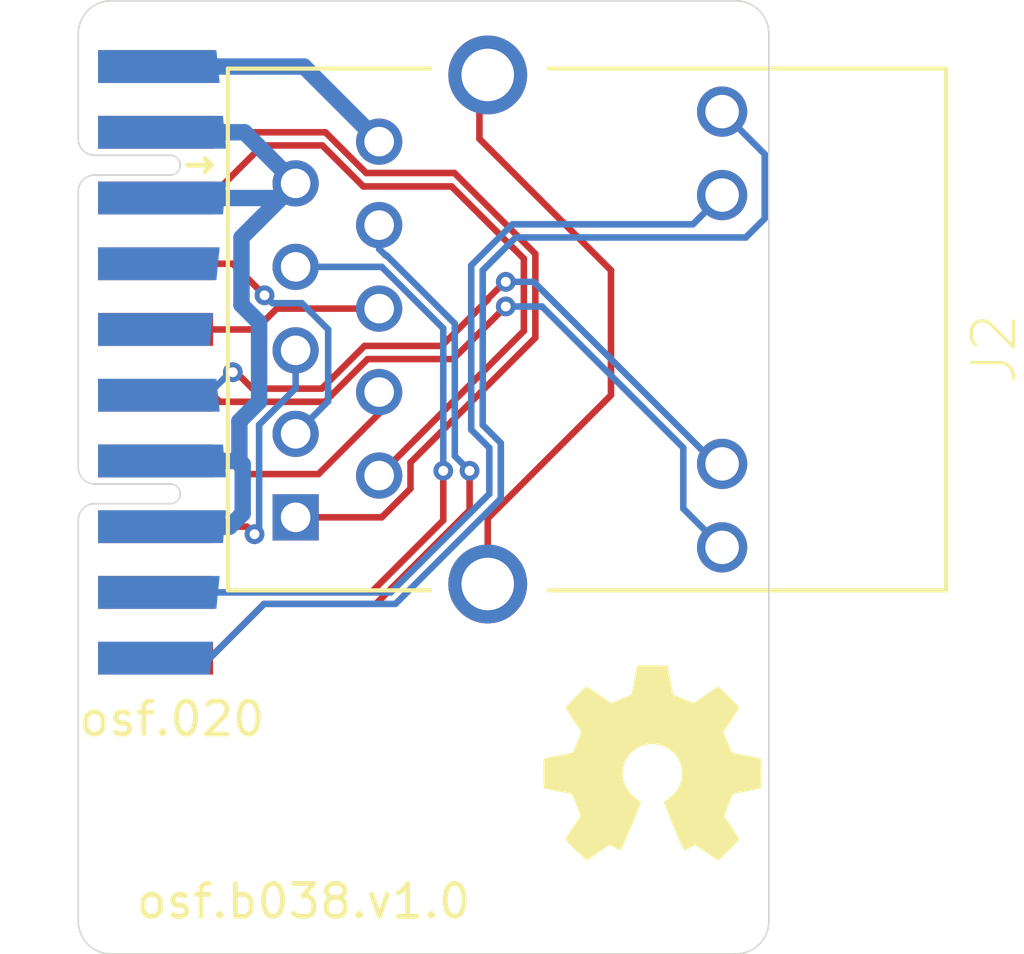
<source format=kicad_pcb>
(kicad_pcb (version 20211014) (generator pcbnew)
  (layers (0 "F.Cu" signal) (1 "In1.Cu" signal) (2 "In2.Cu" signal) (31 "B.Cu" signal) (34 "B.Paste" user) (35 "F.Paste" user) (36 "B.SilkS" user "B.Silkscreen") (37 "F.SilkS" user "F.Silkscreen") (38 "B.Mask" user) (39 "F.Mask" user) (44 "Edge.Cuts" user))
  (net 0 "")
  (net 1 "/connector/D-")
  (net 2 "/connector/D+")
  (net 3 "/connector/B-")
  (net 4 "/connector/C-")
  (net 5 "/connector/C+")
  (net 6 "/connector/B+")
  (net 7 "/connector/A-")
  (net 8 "/connector/A+")
  (net 9 "/connector/CT")
  (net 10 "/connector/GND")
  (net 11 "/connector/LED1_A")
  (net 12 "/connector/LED1_C")
  (net 13 "/connector/LED2_A")
  (net 14 "/connector/LED2_C")
  (net 17 "/connector/GND_schield")
  (footprint "on_edge:on_edge_2x10_device" (layer "F.Cu") (at 112 96 -90)
    (fp_text reference "J1")
    (fp_text value "020_1000BASE-T_with_CT")
    (fp_line (start -1 -4.05) (end -1 -3.323) (layer "F.SilkS") (width 0.153))
    (fp_line (start -1 -4.05) (end -0.8 -3.85) (layer "F.SilkS") (width 0.153))
    (fp_line (start -1.2 -3.85) (end -1 -4.05) (layer "F.SilkS") (width 0.153))
    (fp_line (start -0.2 0) (end 7 0) (layer "Edge.Cuts") (width 0.05))
    (fp_line (start -4 0) (end -1.8 0) (layer "Edge.Cuts") (width 0.05))
    (fp_line (start 8.7 -2.8) (end 8.7 -0.5) (layer "Edge.Cuts") (width 0.05))
    (fp_line (start 7 0) (end 8.2 0) (layer "Edge.Cuts") (width 0.05))
    (fp_line (start 9.8 0) (end 14 0) (layer "Edge.Cuts") (width 0.05))
    (fp_line (start -1.3 -2.8) (end -1.3 -0.5) (layer "Edge.Cuts") (width 0.05))
    (fp_line (start -0.7 -0.5) (end -0.7 -2.8) (layer "Edge.Cuts") (width 0.05))
    (fp_line (start 9.3 -0.5) (end 9.3 -2.8) (layer "Edge.Cuts") (width 0.05))
    (fp_arc (start 8.7 -2.8) (mid 9 -3.1) (end 9.3 -2.8) (layer "Edge.Cuts") (width 0.05))
    (fp_arc (start 9.8 0) (mid 9.446447 -0.146447) (end 9.3 -0.5) (layer "Edge.Cuts") (width 0.05))
    (fp_arc (start -1.3 -2.8) (mid -1 -3.1) (end -0.7 -2.8) (layer "Edge.Cuts") (width 0.05))
    (fp_arc (start 8.7 -0.5) (mid 8.553553 -0.146447) (end 8.2 0) (layer "Edge.Cuts") (width 0.05))
    (fp_arc (start -1.3 -0.5) (mid -1.446447 -0.146447) (end -1.8 0) (layer "Edge.Cuts") (width 0.05))
    (fp_arc (start -0.2 0) (mid -0.553553 -0.146447) (end -0.7 -0.5) (layer "Edge.Cuts") (width 0.05))
    (pad "1" smd rect (at -4 -2.35 90) (size 1 3.5) (layers "F.Cu" "F.Mask") (net 10 "/connector/GND"))
    (pad "2" smd rect (at -2 -2.35 270) (size 1 3.5) (layers "F.Cu" "F.Mask") (net 8 "/connector/A+"))
    (pad "3" smd rect (at 0 -2.35 270) (size 1 3.5) (layers "F.Cu" "F.Mask") (net 7 "/connector/A-"))
    (pad "4" smd rect (at 2 -2.35 90) (size 1 3.5) (layers "F.Cu" "F.Mask") (net 6 "/connector/B+"))
    (pad "5" smd rect (at 4 -2.35 90) (size 1 3.5) (layers "F.Cu" "F.Mask") (net 3 "/connector/B-"))
    (pad "6" smd rect (at 6 -2.35 90) (size 1 3.5) (layers "F.Cu" "F.Mask") (net 11 "/connector/LED1_A"))
    (pad "7" smd rect (at 8 -2.35 270) (size 1 3.5) (layers "F.Cu" "F.Mask") (net 5 "/connector/C+"))
    (pad "8" smd rect (at 10 -2.35 270) (size 1 3.5) (layers "F.Cu" "F.Mask") (net 4 "/connector/C-"))
    (pad "9" smd rect (at 12 -2.35 90) (size 1 3.5) (layers "F.Cu" "F.Mask") (net 2 "/connector/D+"))
    (pad "10" smd rect (at 14 -2.35 90) (size 1 3.5) (layers "F.Cu" "F.Mask") (net 1 "/connector/D-"))
    (pad "11" smd custom (at -4 -2.4 270) (size 1 3.6) (layers "B.Cu" "B.Mask") (net 10 "/connector/GND") (options (clearance outline) (anchor rect)) (primitives (gr_poly (pts (xy 0.5 -1.8) (xy 0.5 -1.9) (xy -0.5 -1.8)) (width 0) (fill yes))))
    (pad "12" smd custom (at -2 -2.1 270) (size 1 3) (layers "B.Cu" "B.Mask") (net 9 "/connector/CT") (options (clearance outline) (anchor rect)) (primitives (gr_poly (pts (xy 0.3 -0.51) (xy 0.31 -0.62) (xy 0.33 -0.7) (xy 0.35 -0.76) (xy 0.37 -0.81) (xy 0.4 -0.86) (xy 0.44 -0.92) (xy 0.48 -0.97) (xy 0.5 -0.99) (xy 0.5 -2.4) (xy -0.5 -2.3) (xy -0.5 1.5) (xy 0.3 1.5)) (width 0) (fill yes))))
    (pad "13" smd custom (at 0 -2.1 270) (size 1 3) (layers "B.Cu" "B.Mask") (net 9 "/connector/CT") (options (clearance outline) (anchor rect)) (primitives (gr_poly (pts (xy -0.3 -0.51) (xy -0.31 -0.62) (xy -0.33 -0.7) (xy -0.35 -0.76) (xy -0.37 -0.81) (xy -0.4 -0.86) (xy -0.44 -0.92) (xy -0.48 -0.97) (xy -0.5 -0.99) (xy -0.5 -2.4) (xy 0.5 -2.3) (xy 0.5 1.5) (xy -0.3 1.5)) (width 0) (fill yes))))
    (pad "14" smd custom (at 2 -2.4 270) (size 1 3.6) (layers "B.Cu" "B.Mask") (options (clearance outline) (anchor rect)) (primitives (gr_poly (pts (xy -0.5 -1.8) (xy -0.5 -1.9) (xy 0.5 -1.8)) (width 0) (fill yes))))
    (pad "15" smd custom (at 4 -2.3 270) (size 1 3.4) (layers "B.Cu" "B.Mask") (options (clearance outline) (anchor rect)) (primitives (gr_poly (pts (xy -0.5 -1.7) (xy -0.5 -1.8) (xy 0.5 -1.7)) (width 0) (fill yes))))
    (pad "16" smd custom (at 6 -2.4 270) (size 1 3.6) (layers "B.Cu" "B.Mask") (net 12 "/connector/LED1_C") (options (clearance outline) (anchor rect)) (primitives (gr_poly (pts (xy 0.5 -1.8) (xy 0.5 -1.9) (xy -0.5 -1.8)) (width 0) (fill yes))))
    (pad "17" smd custom (at 8 -2.1 270) (size 1 3) (layers "B.Cu" "B.Mask") (net 9 "/connector/CT") (options (clearance outline) (anchor rect)) (primitives (gr_poly (pts (xy 0.3 -0.51) (xy 0.31 -0.62) (xy 0.33 -0.7) (xy 0.35 -0.76) (xy 0.37 -0.81) (xy 0.4 -0.86) (xy 0.44 -0.92) (xy 0.48 -0.97) (xy 0.5 -0.99) (xy 0.5 -2.4) (xy -0.5 -2.3) (xy -0.5 1.5) (xy 0.3 1.5)) (width 0) (fill yes))))
    (pad "18" smd custom (at 10 -2.1 270) (size 1 3) (layers "B.Cu" "B.Mask") (net 9 "/connector/CT") (options (clearance outline) (anchor rect)) (primitives (gr_poly (pts (xy -0.3 -0.51) (xy -0.31 -0.62) (xy -0.33 -0.7) (xy -0.35 -0.76) (xy -0.37 -0.81) (xy -0.4 -0.86) (xy -0.44 -0.92) (xy -0.48 -0.97) (xy -0.5 -0.99) (xy -0.5 -2.4) (xy 0.5 -2.3) (xy 0.5 1.5) (xy -0.3 1.5)) (width 0) (fill yes))))
    (pad "19" smd custom (at 12 -2.4 270) (size 1 3.6) (layers "B.Cu" "B.Mask") (net 13 "/connector/LED2_A") (options (clearance outline) (anchor rect)) (primitives (gr_poly (pts (xy -0.5 -1.8) (xy -0.5 -1.9) (xy 0.5 -1.8)) (width 0) (fill yes))))
    (pad "20" smd custom (at 14 -2.3 270) (size 1 3.4) (layers "B.Cu" "B.Mask") (net 14 "/connector/LED2_C") (options (clearance outline) (anchor rect)) (primitives (gr_poly (pts (xy -0.5 -1.7) (xy -0.5 -1.8) (xy 0.5 -1.7)) (width 0) (fill yes))))
  )
  (footprint "b038:7499111121A" (layer "F.Cu") (at 127.5 100 -90)
    (fp_text reference "J2" (at 0.5842 -12.35202 90) (layer "F.SilkS") (effects (font (size 1.27 1.27) (thickness 0.1016))))
    (fp_text value "7499111121A" hide)
    (fp_line (start -7.9375 4.79806) (end -7.9375 10.94994) (layer "F.SilkS") (width 0.127))
    (fp_line (start -7.9375 10.94994) (end 7.9375 10.94994) (layer "F.SilkS") (width 0.127))
    (fp_line (start 7.9375 -10.88898) (end 7.9375 1.19888) (layer "F.SilkS") (width 0.127))
    (fp_line (start 7.9375 4.79806) (end 7.9375 10.94994) (layer "F.SilkS") (width 0.127))
    (fp_line (start -7.9375 1.19888) (end -7.9375 -10.88898) (layer "F.SilkS") (width 0.127))
    (fp_line (start 7.9375 -10.88898) (end -7.9375 -10.88898) (layer "F.SilkS") (width 0.127))
    (pad "" np_thru_hole circle (at 5.715 0 270) (size 3.24866 3.24866) (drill 3.24866) (layers *.Cu *.Mask))
    (pad "" np_thru_hole circle (at -5.715 0 270) (size 3.24866 3.24866) (drill 3.24866) (layers *.Cu *.Mask))
    (pad "1" thru_hole rect (at 5.715 8.89 270) (size 1.40716 1.40716) (drill 0.89916) (layers *.Cu *.Paste *.Mask) (net 8 "/connector/A+"))
    (pad "2" thru_hole circle (at 4.445 6.35 270) (size 1.40716 1.40716) (drill 0.89916) (layers *.Cu *.Paste *.Mask) (net 7 "/connector/A-"))
    (pad "3" thru_hole circle (at 3.175 8.89 270) (size 1.40716 1.40716) (drill 0.89916) (layers *.Cu *.Paste *.Mask) (net 6 "/connector/B+"))
    (pad "4" thru_hole circle (at 1.905 6.35 270) (size 1.40716 1.40716) (drill 0.89916) (layers *.Cu *.Paste *.Mask) (net 5 "/connector/C+"))
    (pad "5" thru_hole circle (at 0.635 8.89 270) (size 1.40716 1.40716) (drill 0.89916) (layers *.Cu *.Paste *.Mask) (net 4 "/connector/C-"))
    (pad "6" thru_hole circle (at -0.635 6.35 270) (size 1.40716 1.40716) (drill 0.89916) (layers *.Cu *.Paste *.Mask) (net 3 "/connector/B-"))
    (pad "7" thru_hole circle (at -1.905 8.89 270) (size 1.40716 1.40716) (drill 0.89916) (layers *.Cu *.Paste *.Mask) (net 2 "/connector/D+"))
    (pad "8" thru_hole circle (at -3.175 6.35 270) (size 1.40716 1.40716) (drill 0.89916) (layers *.Cu *.Paste *.Mask) (net 1 "/connector/D-"))
    (pad "9" thru_hole circle (at -4.445 8.89 270) (size 1.40716 1.40716) (drill 0.89916) (layers *.Cu *.Paste *.Mask) (net 9 "/connector/CT"))
    (pad "10" thru_hole circle (at -5.715 6.35 270) (size 1.40716 1.40716) (drill 0.89916) (layers *.Cu *.Paste *.Mask) (net 10 "/connector/GND"))
    (pad "11" thru_hole circle (at 6.6294 -4.07924 270) (size 1.52908 1.52908) (drill 1.01854) (layers *.Cu *.Paste *.Mask) (net 11 "/connector/LED1_A"))
    (pad "12" thru_hole circle (at 4.0894 -4.07924 270) (size 1.52908 1.52908) (drill 1.01854) (layers *.Cu *.Paste *.Mask) (net 12 "/connector/LED1_C"))
    (pad "13" thru_hole circle (at -4.0894 -4.07924 270) (size 1.52908 1.52908) (drill 1.01854) (layers *.Cu *.Paste *.Mask) (net 13 "/connector/LED2_A"))
    (pad "14" thru_hole circle (at -6.6294 -4.07924 270) (size 1.52908 1.52908) (drill 1.01854) (layers *.Cu *.Paste *.Mask) (net 14 "/connector/LED2_C"))
    (pad "Z1" thru_hole circle (at -7.74446 3.048 270) (size 2.39776 2.39776) (drill 1.59766) (layers *.Cu *.Paste *.Mask) (net 17 "/connector/GND_schield"))
    (pad "Z2" thru_hole circle (at 7.74446 3.048 270) (size 2.39776 2.39776) (drill 1.59766) (layers *.Cu *.Paste *.Mask) (net 17 "/connector/GND_schield"))
  )
  (footprint "Symbol:OSHW-Symbol_6.7x6mm_SilkScreen" (layer "F.Cu") (at 129.45 113.2)
    (fp_text reference "LOGO1" hide)
    (fp_text value "Logo_Open_Hardware_Small" hide)
    (fp_poly (pts (xy 0.555814 -2.531069) (xy 0.639635 -2.086445) (xy 0.94892 -1.958947) (xy 1.258206 -1.831449) (xy 1.629246 -2.083754) (xy 1.733157 -2.154004) (xy 1.827087 -2.216728) (xy 1.906652 -2.269062) (xy 1.96747 -2.308143) (xy 2.005157 -2.331107) (xy 2.015421 -2.336058) (xy 2.03391 -2.323324) (xy 2.07342 -2.288118) (xy 2.129522 -2.234938) (xy 2.197787 -2.168282) (xy 2.273786 -2.092646) (xy 2.353092 -2.012528) (xy 2.431275 -1.932426) (xy 2.503907 -1.856836) (xy 2.566559 -1.790255) (xy 2.614803 -1.737182) (xy 2.64421 -1.702113) (xy 2.651241 -1.690377) (xy 2.641123 -1.66874) (xy 2.612759 -1.621338) (xy 2.569129 -1.552807) (xy 2.513218 -1.467785) (xy 2.448006 -1.370907) (xy 2.410219 -1.31565) (xy 2.341343 -1.214752) (xy 2.28014 -1.123701) (xy 2.229578 -1.04703) (xy 2.192628 -0.989272) (xy 2.172258 -0.954957) (xy 2.169197 -0.947746) (xy 2.176136 -0.927252) (xy 2.195051 -0.879487) (xy 2.223087 -0.811168) (xy 2.257391 -0.729011) (xy 2.295109 -0.63973) (xy 2.333387 -0.550042) (xy 2.36937 -0.466662) (xy 2.400206 -0.396306) (xy 2.423039 -0.34569) (xy 2.435017 -0.321529) (xy 2.435724 -0.320578) (xy 2.454531 -0.315964) (xy 2.504618 -0.305672) (xy 2.580793 -0.290713) (xy 2.677865 -0.272099) (xy 2.790643 -0.250841) (xy 2.856442 -0.238582) (xy 2.97695 -0.215638) (xy 3.085797 -0.193805) (xy 3.177476 -0.174278) (xy 3.246481 -0.158252) (xy 3.287304 -0.146921) (xy 3.295511 -0.143326) (xy 3.303548 -0.118994) (xy 3.310033 -0.064041) (xy 3.31497 0.015108) (xy 3.318364 0.112026) (xy 3.320218 0.220287) (xy 3.320538 0.333465) (xy 3.319327 0.445135) (xy 3.31659 0.548868) (xy 3.312331 0.638241) (xy 3.306555 0.706826) (xy 3.299267 0.748197) (xy 3.294895 0.75681) (xy 3.268764 0.767133) (xy 3.213393 0.781892) (xy 3.136107 0.799352) (xy 3.04423 0.81778) (xy 3.012158 0.823741) (xy 2.857524 0.852066) (xy 2.735375 0.874876) (xy 2.641673 0.89308) (xy 2.572384 0.907583) (xy 2.523471 0.919292) (xy 2.490897 0.929115) (xy 2.470628 0.937956) (xy 2.458626 0.946724) (xy 2.456947 0.948457) (xy 2.440184 0.976371) (xy 2.414614 1.030695) (xy 2.382788 1.104777) (xy 2.34726 1.191965) (xy 2.310583 1.285608) (xy 2.275311 1.379052) (xy 2.243996 1.465647) (xy 2.219193 1.53874) (xy 2.203454 1.591678) (xy 2.199332 1.617811) (xy 2.199676 1.618726) (xy 2.213641 1.640086) (xy 2.245322 1.687084) (xy 2.291391 1.754827) (xy 2.348518 1.838423) (xy 2.413373 1.932982) (xy 2.431843 1.959854) (xy 2.497699 2.057275) (xy 2.55565 2.146163) (xy 2.602538 2.221412) (xy 2.635207 2.27792) (xy 2.6505 2.310581) (xy 2.651241 2.314593) (xy 2.638392 2.335684) (xy 2.602888 2.377464) (xy 2.549293 2.435445) (xy 2.482171 2.505135) (xy 2.406087 2.582045) (xy 2.325604 2.661683) (xy 2.245287 2.739561) (xy 2.169699 2.811186) (xy 2.103405 2.87207) (xy 2.050969 2.917721) (xy 2.016955 2.94365) (xy 2.007545 2.947883) (xy 1.985643 2.937912) (xy 1.9408 2.91102) (xy 1.880321 2.871736) (xy 1.833789 2.840117) (xy 1.749475 2.782098) (xy 1.649626 2.713784) (xy 1.549473 2.645579) (xy 1.495627 2.609075) (xy 1.313371 2.4858) (xy 1.160381 2.56852) (xy 1.090682 2.604759) (xy 1.031414 2.632926) (xy 0.991311 2.648991) (xy 0.981103 2.651226) (xy 0.968829 2.634722) (xy 0.944613 2.588082) (xy 0.910263 2.515609) (xy 0.867588 2.421606) (xy 0.818394 2.310374) (xy 0.76449 2.186215) (xy 0.707684 2.053432) (xy 0.649782 1.916327) (xy 0.592593 1.779202) (xy 0.537924 1.646358) (xy 0.487584 1.522098) (xy 0.44338 1.410725) (xy 0.407119 1.316539) (xy 0.380609 1.243844) (xy 0.365658 1.196941) (xy 0.363254 1.180833) (xy 0.382311 1.160286) (xy 0.424036 1.126933) (xy 0.479706 1.087702) (xy 0.484378 1.084599) (xy 0.628264 0.969423) (xy 0.744283 0.835053) (xy 0.83143 0.685784) (xy 0.888699 0.525913) (xy 0.915086 0.359737) (xy 0.909585 0.191552) (xy 0.87119 0.025655) (xy 0.798895 -0.133658) (xy 0.777626 -0.168513) (xy 0.666996 -0.309263) (xy 0.536302 -0.422286) (xy 0.390064 -0.506997) (xy 0.232808 -0.562806) (xy 0.069057 -0.589126) (xy -0.096667 -0.58537) (xy -0.259838 -0.55095) (xy -0.415935 -0.485277) (xy -0.560433 -0.387765) (xy -0.605131 -0.348187) (xy -0.718888 -0.224297) (xy -0.801782 -0.093876) (xy -0.858644 0.052315) (xy -0.890313 0.197088) (xy -0.898131 0.35986) (xy -0.872062 0.52344) (xy -0.814755 0.682298) (xy -0.728856 0.830906) (xy -0.617014 0.963735) (xy -0.481877 1.075256) (xy -0.464117 1.087011) (xy -0.40785 1.125508) (xy -0.365077 1.158863) (xy -0.344628 1.18016) (xy -0.344331 1.180833) (xy -0.348721 1.203871) (xy -0.366124 1.256157) (xy -0.394732 1.33339) (xy -0.432735 1.431268) (xy -0.478326 1.545491) (xy -0.529697 1.671758) (xy -0.585038 1.805767) (xy -0.642542 1.943218) (xy -0.700399 2.079808) (xy -0.756802 2.211237) (xy -0.809942 2.333205) (xy -0.85801 2.441409) (xy -0.899199 2.531549) (xy -0.931699 2.599323) (xy -0.953703 2.64043) (xy -0.962564 2.651226) (xy -0.98964 2.642819) (xy -1.040303 2.620272) (xy -1.105817 2.587613) (xy -1.141841 2.56852) (xy -1.294832 2.4858) (xy -1.477088 2.609075) (xy -1.570125 2.672228) (xy -1.671985 2.741727) (xy -1.767438 2.807165) (xy -1.81525 2.840117) (xy -1.882495 2.885273) (xy -1.939436 2.921057) (xy -1.978646 2.942938) (xy -1.991381 2.947563) (xy -2.009917 2.935085) (xy -2.050941 2.900252) (xy -2.110475 2.846678) (xy -2.184542 2.777983) (xy -2.269165 2.697781) (xy -2.322685 2.646286) (xy -2.416319 2.554286) (xy -2.497241 2.471999) (xy -2.562177 2.402945) (xy -2.607858 2.350644) (xy -2.631011 2.318616) (xy -2.633232 2.312116) (xy -2.622924 2.287394) (xy -2.594439 2.237405) (xy -2.550937 2.167212) (xy -2.495577 2.081875) (xy -2.43152 1.986456) (xy -2.413303 1.959854) (xy -2.346927 1.863167) (xy -2.287378 1.776117) (xy -2.237984 1.703595) (xy -2.202075 1.650493) (xy -2.182981 1.621703) (xy -2.181136 1.618726) (xy -2.183895 1.595782) (xy -2.198538 1.545336) (xy -2.222513 1.474041) (xy -2.253266 1.388547) (xy -2.288244 1.295507) (xy -2.324893 1.201574) (xy -2.360661 1.113399) (xy -2.392994 1.037634) (xy -2.419338 0.980931) (xy -2.437142 0.949943) (xy -2.438407 0.948457) (xy -2.449294 0.939601) (xy -2.467682 0.930843) (xy -2.497606 0.921277) (xy -2.543103 0.909996) (xy -2.608209 0.896093) (xy -2.696961 0.878663) (xy -2.813393 0.856798) (xy -2.961542 0.829591) (xy -2.993618 0.823741) (xy -3.088686 0.805374) (xy -3.171565 0.787405) (xy -3.23493 0.771569) (xy -3.271458 0.7596) (xy -3.276356 0.75681) (xy -3.284427 0.732072) (xy -3.290987 0.67679) (xy -3.296033 0.597389) (xy -3.299559 0.500296) (xy -3.301561 0.391938) (xy -3.302036 0.27874) (xy -3.300977 0.167128) (xy -3.298382 0.063529) (xy -3.294246 -0.025632) (xy -3.288563 -0.093928) (xy -3.281331 -0.134934) (xy -3.276971 -0.143326) (xy -3.252698 -0.151792) (xy -3.197426 -0.165565) (xy -3.116662 -0.18345) (xy -3.015912 -0.204252) (xy -2.900683 -0.226777) (xy -2.837902 -0.238582) (xy -2.718787 -0.260849) (xy -2.612565 -0.281021) (xy -2.524427 -0.298085) (xy -2.459566 -0.311031) (xy -2.423174 -0.318845) (xy -2.417184 -0.320578) (xy -2.407061 -0.34011) (xy -2.385662 -0.387157) (xy -2.355839 -0.454997) (xy -2.320445 -0.536909) (xy -2.282332 -0.626172) (xy -2.244353 -0.716065) (xy -2.20936 -0.799865) (xy -2.180206 -0.870853) (xy -2.159743 -0.922306) (xy -2.150823 -0.947503) (xy -2.150657 -0.948604) (xy -2.160769 -0.968481) (xy -2.189117 -1.014223) (xy -2.232723 -1.081283) (xy -2.288606 -1.165116) (xy -2.353787 -1.261174) (xy -2.391679 -1.31635) (xy -2.460725 -1.417519) (xy -2.52205 -1.50937) (xy -2.572663 -1.587256) (xy -2.609571 -1.646531) (xy -2.629782 -1.682549) (xy -2.632701 -1.690623) (xy -2.620153 -1.709416) (xy -2.585463 -1.749543) (xy -2.533063 -1.806507) (xy -2.467384 -1.875815) (xy -2.392856 -1.952969) (xy -2.313913 -2.033475) (xy -2.234983 -2.112837) (xy -2.1605 -2.18656) (xy -2.094894 -2.250148) (xy -2.042596 -2.299106) (xy -2.008039 -2.328939) (xy -1.996478 -2.336058) (xy -1.977654 -2.326047) (xy -1.932631 -2.297922) (xy -1.865787 -2.254546) (xy -1.781499 -2.198782) (xy -1.684144 -2.133494) (xy -1.610707 -2.083754) (xy -1.239667 -1.831449) (xy -0.621095 -2.086445) (xy -0.537275 -2.531069) (xy -0.453454 -2.975693) (xy 0.471994 -2.975693) (xy 0.555814 -2.531069)) (layer "F.SilkS") (width 0.01) (fill solid))
  )
  (gr_arc (start 133 118) (mid 132.707107 118.707107) (end 132 119) (layer "Edge.Cuts") (width 0.05))
  (gr_line (start 133 91) (end 133 118) (layer "Edge.Cuts") (width 0.05))
  (gr_line (start 132 119) (end 113 119) (layer "Edge.Cuts") (width 0.05))
  (gr_line (start 112 92) (end 112 91) (layer "Edge.Cuts") (width 0.05))
  (gr_line (start 112 110) (end 112 118) (layer "Edge.Cuts") (width 0.05))
  (gr_arc (start 132 90) (mid 132.707107 90.292893) (end 133 91) (layer "Edge.Cuts") (width 0.05))
  (gr_arc (start 112 91) (mid 112.292893 90.292893) (end 113 90) (layer "Edge.Cuts") (width 0.05))
  (gr_line (start 113 90) (end 132 90) (layer "Edge.Cuts") (width 0.05))
  (gr_arc (start 113 119) (mid 112.292893 118.707107) (end 112 118) (layer "Edge.Cuts") (width 0.05))
  (gr_text "osf.b038.v1.0" (at 118.85 117.4) (layer "F.SilkS") (effects (font (size 1 1))))
  (gr_text "osf.020" (at 114.85 111.85) (layer "F.SilkS") (effects (font (size 1 1))))
  (segment (start 123.9 105.5) (end 123.9 104.3) (width 0.2) (layer "F.Cu") (net 1))
  (segment (start 114.35 110) (end 116 110) (width 0.2) (layer "F.Cu") (net 1))
  (segment (start 121.050001 108.35) (end 123.9 105.5) (width 0.2) (layer "F.Cu") (net 1))
  (segment (start 117.65 108.35) (end 121.050001 108.35) (width 0.2) (layer "F.Cu") (net 1))
  (segment (start 116 110) (end 117.65 108.35) (width 0.2) (layer "F.Cu") (net 1))
  (via (at 123.9 104.3) (size 0.6) (drill 0.3) (layers "F.Cu" "B.Cu") (net 1))
  (segment (start 123.45 99.82146) (end 121.37354 97.745) (width 0.2) (layer "B.Cu") (net 1))
  (segment (start 121.15 97.55) (end 121.15 96.825) (width 0.2) (layer "B.Cu") (net 1))
  (segment (start 123.9 104.3) (end 123.45 103.85) (width 0.2) (layer "B.Cu") (net 1))
  (segment (start 121.345 97.745) (end 121.15 97.55) (width 0.2) (layer "B.Cu") (net 1))
  (segment (start 123.45 103.85) (end 123.45 99.82146) (width 0.2) (layer "B.Cu") (net 1))
  (segment (start 121.37354 97.745) (end 121.345 97.745) (width 0.2) (layer "B.Cu") (net 1))
  (segment (start 121.802513 107.102513) (end 123.1 105.805026) (width 0.2) (layer "F.Cu") (net 2))
  (segment (start 114.35 108) (end 120.905026 108) (width 0.2) (layer "F.Cu") (net 2))
  (segment (start 123.1 105.805026) (end 123.1 104.3) (width 0.2) (layer "F.Cu") (net 2))
  (segment (start 120.905026 108) (end 121.802513 107.102513) (width 0.2) (layer "F.Cu") (net 2))
  (via (at 123.1 104.3) (size 0.6) (drill 0.3) (layers "F.Cu" "B.Cu") (net 2))
  (segment (start 123.1 99.966434) (end 121.228566 98.095) (width 0.2) (layer "B.Cu") (net 2))
  (segment (start 121.228566 98.095) (end 118.61 98.095) (width 0.2) (layer "B.Cu") (net 2))
  (segment (start 123.1 104.3) (end 123.1 99.966434) (width 0.2) (layer "B.Cu") (net 2))
  (segment (start 118.035 99.365) (end 121.15 99.365) (width 0.2) (layer "F.Cu") (net 3))
  (segment (start 117.4 100) (end 118.035 99.365) (width 0.2) (layer "F.Cu") (net 3))
  (segment (start 114.35 100) (end 117.4 100) (width 0.2) (layer "F.Cu") (net 3))
  (segment (start 117.360002 106.229241) (end 117.130761 106) (width 0.2) (layer "F.Cu") (net 4))
  (segment (start 117.130761 106) (end 114.35 106) (width 0.2) (layer "F.Cu") (net 4))
  (via (at 117.360002 106.229241) (size 0.6) (drill 0.3) (layers "F.Cu" "B.Cu") (net 4))
  (segment (start 118.61 100.635) (end 118.61 101.79) (width 0.2) (layer "B.Cu") (net 4))
  (segment (start 117.5 106.089243) (end 117.360002 106.229241) (width 0.2) (layer "B.Cu") (net 4))
  (segment (start 117.5 102.9) (end 117.5 106.089243) (width 0.2) (layer "B.Cu") (net 4))
  (segment (start 118.61 101.79) (end 117.5 102.9) (width 0.2) (layer "B.Cu") (net 4))
  (segment (start 121.15 102.555026) (end 121.15 101.905) (width 0.2) (layer "F.Cu") (net 5))
  (segment (start 119.305026 104.4) (end 121.15 102.555026) (width 0.2) (layer "F.Cu") (net 5))
  (segment (start 114.35 104) (end 116.6 104) (width 0.2) (layer "F.Cu") (net 5))
  (segment (start 116.6 104) (end 117 104.4) (width 0.2) (layer "F.Cu") (net 5))
  (segment (start 117 104.4) (end 119.305026 104.4) (width 0.2) (layer "F.Cu") (net 5))
  (segment (start 116.703274 98) (end 114.35 98) (width 0.2) (layer "F.Cu") (net 6))
  (segment (start 117.663438 98.960164) (end 116.703274 98) (width 0.2) (layer "F.Cu") (net 6))
  (via (at 117.663438 98.960164) (size 0.6) (drill 0.3) (layers "F.Cu" "B.Cu") (net 6))
  (segment (start 118.61 103.175) (end 119.6 102.185) (width 0.2) (layer "B.Cu") (net 6))
  (segment (start 117.903274 99.2) (end 117.663438 98.960164) (width 0.2) (layer "B.Cu") (net 6))
  (segment (start 118.8 99.2) (end 118 99.2) (width 0.2) (layer "B.Cu") (net 6))
  (segment (start 118 99.2) (end 117.903274 99.2) (width 0.2) (layer "B.Cu") (net 6))
  (segment (start 119.6 100) (end 118.8 99.2) (width 0.2) (layer "B.Cu") (net 6))
  (segment (start 119.6 102.185) (end 119.6 100) (width 0.2) (layer "B.Cu") (net 6))
  (segment (start 125.55 100.045) (end 125.55 97.844974) (width 0.2) (layer "F.Cu") (net 7))
  (segment (start 121.15 104.445) (end 125.55 100.045) (width 0.2) (layer "F.Cu") (net 7))
  (segment (start 119.421459 94.4) (end 117.6 94.4) (width 0.2) (layer "F.Cu") (net 7))
  (segment (start 117.6 94.4) (end 116 96) (width 0.2) (layer "F.Cu") (net 7))
  (segment (start 116 96) (end 114.35 96) (width 0.2) (layer "F.Cu") (net 7))
  (segment (start 125.55 97.844974) (end 123.352513 95.647487) (width 0.2) (layer "F.Cu") (net 7))
  (segment (start 120.668946 95.647487) (end 119.421459 94.4) (width 0.2) (layer "F.Cu") (net 7))
  (segment (start 123.352513 95.647487) (end 120.668946 95.647487) (width 0.2) (layer "F.Cu") (net 7))
  (segment (start 120.755014 95.23858) (end 123.43858 95.23858) (width 0.2) (layer "F.Cu") (net 8))
  (segment (start 125.9 100.25) (end 122.10358 104.04642) (width 0.2) (layer "F.Cu") (net 8))
  (segment (start 122.10358 104.839986) (end 121.228566 105.715) (width 0.2) (layer "F.Cu") (net 8))
  (segment (start 114.35 94) (end 119.516434 94) (width 0.2) (layer "F.Cu") (net 8))
  (segment (start 125.9 97.7) (end 125.9 100.25) (width 0.2) (layer "F.Cu") (net 8))
  (segment (start 122.10358 104.04642) (end 122.10358 104.839986) (width 0.2) (layer "F.Cu") (net 8))
  (segment (start 123.43858 95.23858) (end 125.9 97.7) (width 0.2) (layer "F.Cu") (net 8))
  (segment (start 121.228566 105.715) (end 118.61 105.715) (width 0.2) (layer "F.Cu") (net 8))
  (segment (start 119.516434 94) (end 120.755014 95.23858) (width 0.2) (layer "F.Cu") (net 8))
  (segment (start 116.9 104) (end 114.1 104) (width 0.5) (layer "B.Cu") (net 9))
  (segment (start 116.9 104) (end 116.9 102.792894) (width 0.5) (layer "B.Cu") (net 9))
  (segment (start 116.963438 99.250114) (end 116.963438 97.201562) (width 0.5) (layer "B.Cu") (net 9))
  (segment (start 116.963438 97.201562) (end 118.61 95.555) (width 0.5) (layer "B.Cu") (net 9))
  (segment (start 117.055 94) (end 114.1 94) (width 0.5) (layer "B.Cu") (net 9))
  (segment (start 117.5 99.786676) (end 116.963438 99.250114) (width 0.5) (layer "B.Cu") (net 9))
  (segment (start 117 104.1) (end 116.9 104) (width 0.5) (layer "B.Cu") (net 9))
  (segment (start 116.9 102.792894) (end 117.5 102.192894) (width 0.5) (layer "B.Cu") (net 9))
  (segment (start 118.165 96) (end 118.61 95.555) (width 0.5) (layer "B.Cu") (net 9))
  (segment (start 118.61 95.555) (end 117.055 94) (width 0.5) (layer "B.Cu") (net 9))
  (segment (start 114.1 106) (end 116.6 106) (width 0.5) (layer "B.Cu") (net 9))
  (segment (start 117.5 102.192894) (end 117.5 99.786676) (width 0.5) (layer "B.Cu") (net 9))
  (segment (start 117 105.6) (end 117 104.1) (width 0.5) (layer "B.Cu") (net 9))
  (segment (start 114.1 96) (end 118.165 96) (width 0.5) (layer "B.Cu") (net 9))
  (segment (start 116.6 106) (end 117 105.6) (width 0.5) (layer "B.Cu") (net 9))
  (segment (start 114.4 92) (end 118.865 92) (width 0.5) (layer "B.Cu") (net 10))
  (segment (start 118.865 92) (end 121.15 94.285) (width 0.5) (layer "B.Cu") (net 10))
  (segment (start 123.4005 100.9) (end 120.8 100.9) (width 0.2) (layer "F.Cu") (net 11))
  (segment (start 116.1 102) (end 114.35 102) (width 0.2) (layer "F.Cu") (net 11))
  (segment (start 119.5 102.2) (end 116.3 102.2) (width 0.2) (layer "F.Cu") (net 11))
  (segment (start 116.3 102.2) (end 116.1 102) (width 0.2) (layer "F.Cu") (net 11))
  (segment (start 120.8 100.9) (end 119.5 102.2) (width 0.2) (layer "F.Cu") (net 11))
  (segment (start 125.0005 99.3) (end 123.4005 100.9) (width 0.2) (layer "F.Cu") (net 11))
  (via (at 125.0005 99.3) (size 0.6) (drill 0.3) (layers "F.Cu" "B.Cu") (net 11))
  (segment (start 125.0005 99.3) (end 126.1 99.3) (width 0.2) (layer "B.Cu") (net 11))
  (segment (start 130.4 103.6) (end 130.4 105.45016) (width 0.2) (layer "B.Cu") (net 11))
  (segment (start 130.4 105.45016) (end 131.57924 106.6294) (width 0.2) (layer "B.Cu") (net 11))
  (segment (start 126.1 99.3) (end 130.4 103.6) (width 0.2) (layer "B.Cu") (net 11))
  (segment (start 124.4505 99.072182) (end 124.4505 99.100497) (width 0.2) (layer "F.Cu") (net 12))
  (segment (start 124.4505 99.100497) (end 123.050997 100.5) (width 0.2) (layer "F.Cu") (net 12))
  (segment (start 116.8 101.3) (end 116.7 101.3) (width 0.2) (layer "F.Cu") (net 12))
  (segment (start 117.3 101.8) (end 116.8 101.3) (width 0.2) (layer "F.Cu") (net 12))
  (segment (start 119.405026 101.8) (end 117.3 101.8) (width 0.2) (layer "F.Cu") (net 12))
  (segment (start 124.972185 98.550497) (end 124.4505 99.072182) (width 0.2) (layer "F.Cu") (net 12))
  (segment (start 120.705026 100.5) (end 119.405026 101.8) (width 0.2) (layer "F.Cu") (net 12))
  (segment (start 123.050997 100.5) (end 120.705026 100.5) (width 0.2) (layer "F.Cu") (net 12))
  (segment (start 125.0005 98.550497) (end 124.972185 98.550497) (width 0.2) (layer "F.Cu") (net 12))
  (via (at 116.7 101.3) (size 0.6) (drill 0.3) (layers "F.Cu" "B.Cu") (net 12))
  (via (at 125.0005 98.550497) (size 0.6) (drill 0.3) (layers "F.Cu" "B.Cu") (net 12))
  (segment (start 131.3894 104.0894) (end 131.57924 104.0894) (width 0.2) (layer "B.Cu") (net 12))
  (segment (start 125.0005 98.550497) (end 125.850497 98.550497) (width 0.2) (layer "B.Cu") (net 12))
  (segment (start 125.850497 98.550497) (end 131.3894 104.0894) (width 0.2) (layer "B.Cu") (net 12))
  (segment (start 114.4 102) (end 115.922888 102) (width 0.2) (layer "B.Cu") (net 12))
  (segment (start 116.661444 101.261444) (end 116.7 101.3) (width 0.2) (layer "B.Cu") (net 12))
  (segment (start 115.922888 102) (end 116.661444 101.261444) (width 0.2) (layer "B.Cu") (net 12))
  (segment (start 124.5 103.6) (end 123.95 103.050001) (width 0.2) (layer "B.Cu") (net 13))
  (segment (start 114.4 108) (end 121.5 108) (width 0.2) (layer "B.Cu") (net 13))
  (segment (start 123.95 98.05) (end 125.2 96.8) (width 0.2) (layer "B.Cu") (net 13))
  (segment (start 124.5 105) (end 124.5 103.6) (width 0.2) (layer "B.Cu") (net 13))
  (segment (start 130.68984 96.8) (end 131.57924 95.9106) (width 0.2) (layer "B.Cu") (net 13))
  (segment (start 125.2 96.8) (end 130.68984 96.8) (width 0.2) (layer "B.Cu") (net 13))
  (segment (start 123.95 103.050001) (end 123.95 98.05) (width 0.2) (layer "B.Cu") (net 13))
  (segment (start 121.5 108) (end 124.5 105) (width 0.2) (layer "B.Cu") (net 13))
  (segment (start 116 110) (end 117.65 108.35) (width 0.2) (layer "B.Cu") (net 14))
  (segment (start 121.644974 108.35) (end 124.85 105.144974) (width 0.2) (layer "B.Cu") (net 14))
  (segment (start 125.3 97.2) (end 132.3 97.2) (width 0.2) (layer "B.Cu") (net 14))
  (segment (start 132.3 97.2) (end 132.875 96.625) (width 0.2) (layer "B.Cu") (net 14))
  (segment (start 114.3 110) (end 116 110) (width 0.2) (layer "B.Cu") (net 14))
  (segment (start 117.65 108.35) (end 121.644974 108.35) (width 0.2) (layer "B.Cu") (net 14))
  (segment (start 124.3 98.2) (end 125.3 97.2) (width 0.2) (layer "B.Cu") (net 14))
  (segment (start 124.85 103.455026) (end 124.3 102.905026) (width 0.2) (layer "B.Cu") (net 14))
  (segment (start 124.3 102.905026) (end 124.3 98.2) (width 0.2) (layer "B.Cu") (net 14))
  (segment (start 132.875 94.66636) (end 131.57924 93.3706) (width 0.2) (layer "B.Cu") (net 14))
  (segment (start 132.875 96.625) (end 132.875 94.66636) (width 0.2) (layer "B.Cu") (net 14))
  (segment (start 124.85 105.144974) (end 124.85 103.455026) (width 0.2) (layer "B.Cu") (net 14))
  (segment (start 124.452 105.748) (end 128.2 102) (width 0.2) (layer "F.Cu") (net 17))
  (segment (start 124.2 94.2) (end 124.2 93.4) (width 0.2) (layer "F.Cu") (net 17))
  (segment (start 128.2 98.2) (end 124.2 94.2) (width 0.2) (layer "F.Cu") (net 17))
  (segment (start 128.2 102) (end 128.2 98.2) (width 0.2) (layer "F.Cu") (net 17))
  (segment (start 124.452 107.74446) (end 124.452 105.748) (width 0.2) (layer "F.Cu") (net 17))
)
</source>
